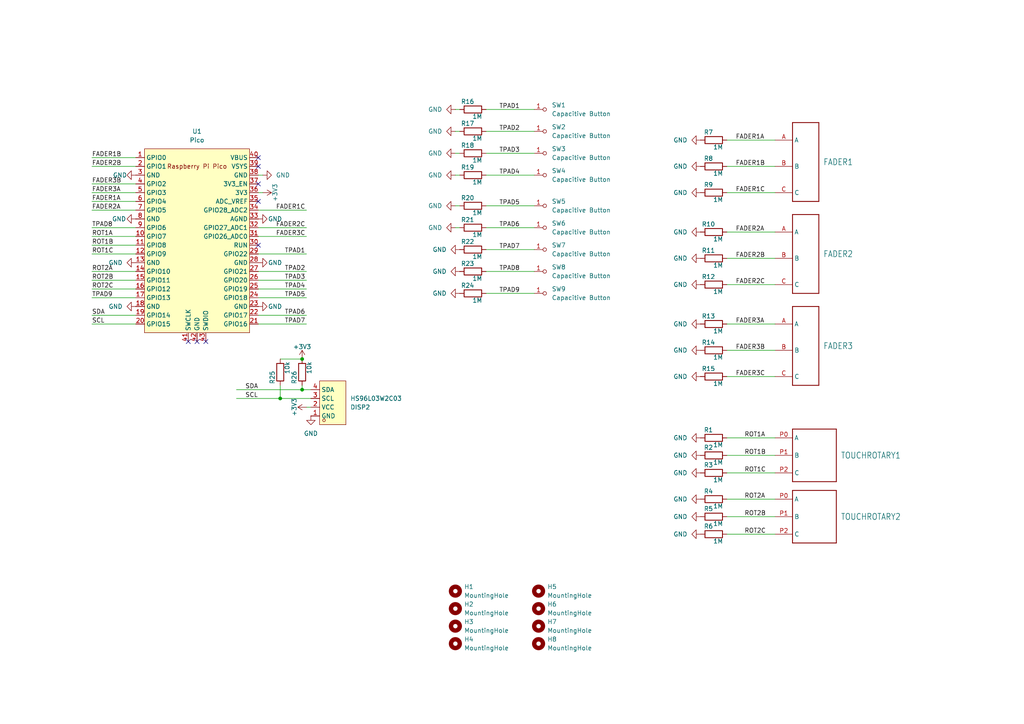
<source format=kicad_sch>
(kicad_sch (version 20231120) (generator "eeschema") (generator_version "8.0")
  (paper "A4")
  (lib_symbols
    (symbol "Device:R" (pin_numbers hide) (pin_names (offset 0))
      (property "Reference" "R" (at 2.032 0 90))
      (property "Value" "R" (at 0 0 90))
      (symbol "R_0_1"
        (rectangle (start -1.016 -2.54) (end 1.016 2.54) (stroke (width 0.254)))
      )
      (symbol "R_1_1"
        (pin passive line (at 0 3.81 270) (length 1.27) (name "~") (number "1"))
        (pin passive line (at 0 -3.81 90) (length 1.27) (name "~") (number "2"))
      )
    )
    (symbol "MCU_RaspberryPi_and_Boards:Pico"
      (property "Reference" "U1" (at 0 31.75 0))
      (property "Value" "Pico" (at 0 29.21 0))
      (symbol "Pico_0_0"
        (text "Raspberry Pi Pico" (at 0 21.59 0) (effects (font (size 1.27 1.27))))
      )
      (symbol "Pico_0_1"
        (rectangle (start -15.24 26.67) (end 15.24 -26.67) (fill (type background)))
      )
      (symbol "Pico_1_1"
        (pin bidirectional line (at -17.78 24.13 0) (length 2.54) (name "GPIO0") (number "1"))
        (pin bidirectional line (at -17.78 1.27 0) (length 2.54) (name "GPIO7") (number "10"))
        (pin bidirectional line (at -17.78 -1.27 0) (length 2.54) (name "GPIO8") (number "11"))
        (pin bidirectional line (at -17.78 -3.81 0) (length 2.54) (name "GPIO9") (number "12"))
        (pin power_in line (at -17.78 -6.35 0) (length 2.54) (name "GND") (number "13"))
        (pin bidirectional line (at -17.78 -8.89 0) (length 2.54) (name "GPIO10") (number "14"))
        (pin bidirectional line (at -17.78 -11.43 0) (length 2.54) (name "GPIO11") (number "15"))
        (pin bidirectional line (at -17.78 -13.97 0) (length 2.54) (name "GPIO12") (number "16"))
        (pin bidirectional line (at -17.78 -16.51 0) (length 2.54) (name "GPIO13") (number "17"))
        (pin power_in line (at -17.78 -19.05 0) (length 2.54) (name "GND") (number "18"))
        (pin bidirectional line (at -17.78 -21.59 0) (length 2.54) (name "GPIO14") (number "19"))
        (pin bidirectional line (at -17.78 21.59 0) (length 2.54) (name "GPIO1") (number "2"))
        (pin bidirectional line (at -17.78 -24.13 0) (length 2.54) (name "GPIO15") (number "20"))
        (pin bidirectional line (at 17.78 -24.13 180) (length 2.54) (name "GPIO16") (number "21"))
        (pin bidirectional line (at 17.78 -21.59 180) (length 2.54) (name "GPIO17") (number "22"))
        (pin power_in line (at 17.78 -19.05 180) (length 2.54) (name "GND") (number "23"))
        (pin bidirectional line (at 17.78 -16.51 180) (length 2.54) (name "GPIO18") (number "24"))
        (pin bidirectional line (at 17.78 -13.97 180) (length 2.54) (name "GPIO19") (number "25"))
        (pin bidirectional line (at 17.78 -11.43 180) (length 2.54) (name "GPIO20") (number "26"))
        (pin bidirectional line (at 17.78 -8.89 180) (length 2.54) (name "GPIO21") (number "27"))
        (pin power_in line (at 17.78 -6.35 180) (length 2.54) (name "GND") (number "28"))
        (pin bidirectional line (at 17.78 -3.81 180) (length 2.54) (name "GPIO22") (number "29"))
        (pin power_in line (at -17.78 19.05 0) (length 2.54) (name "GND") (number "3"))
        (pin input line (at 17.78 -1.27 180) (length 2.54) (name "RUN") (number "30"))
        (pin bidirectional line (at 17.78 1.27 180) (length 2.54) (name "GPIO26_ADC0") (number "31"))
        (pin bidirectional line (at 17.78 3.81 180) (length 2.54) (name "GPIO27_ADC1") (number "32"))
        (pin power_in line (at 17.78 6.35 180) (length 2.54) (name "AGND") (number "33"))
        (pin bidirectional line (at 17.78 8.89 180) (length 2.54) (name "GPIO28_ADC2") (number "34"))
        (pin power_in line (at 17.78 11.43 180) (length 2.54) (name "ADC_VREF") (number "35"))
        (pin bidirectional line (at 17.78 13.97 180) (length 2.54) (name "3V3") (number "36"))
        (pin input line (at 17.78 16.51 180) (length 2.54) (name "3V3_EN") (number "37"))
        (pin bidirectional line (at 17.78 19.05 180) (length 2.54) (name "GND") (number "38"))
        (pin power_in line (at 17.78 21.59 180) (length 2.54) (name "VSYS") (number "39"))
        (pin bidirectional line (at -17.78 16.51 0) (length 2.54) (name "GPIO2") (number "4"))
        (pin power_in line (at 17.78 24.13 180) (length 2.54) (name "VBUS") (number "40"))
        (pin input line (at -2.54 -29.21 90) (length 2.54) (name "SWCLK") (number "41"))
        (pin power_in line (at 0 -29.21 90) (length 2.54) (name "GND") (number "42"))
        (pin bidirectional line (at 2.54 -29.21 90) (length 2.54) (name "SWDIO") (number "43"))
        (pin bidirectional line (at -17.78 13.97 0) (length 2.54) (name "GPIO3") (number "5"))
        (pin bidirectional line (at -17.78 11.43 0) (length 2.54) (name "GPIO4") (number "6"))
        (pin bidirectional line (at -17.78 8.89 0) (length 2.54) (name "GPIO5") (number "7"))
        (pin power_in line (at -17.78 6.35 0) (length 2.54) (name "GND") (number "8"))
        (pin bidirectional line (at -17.78 3.81 0) (length 2.54) (name "GPIO6") (number "9"))
      )
    )
    (symbol "Mechanical:MountingHole" (pin_names (offset 1.016))
      (property "Reference" "H" (at 0 5.08 0))
      (property "Value" "MountingHole" (at 0 3.175 0))
      (symbol "MountingHole_0_1"
        (circle (center 0 0) (radius 1.27) (stroke (width 1.27)))
      )
    )
    (symbol "MountingHole_1" (pin_names (offset 1.016)) (exclude_from_sim yes) (in_bom no)
      (property "Reference" "H" (at 0 5.08 0))
      (property "Value" "MountingHole" (at 0 3.175 0))
      (symbol "MountingHole_1_0_1"
        (circle (center 0 0) (radius 1.27) (stroke (width 1.27)))
      )
    )
    (symbol "SparkFun-Switch:Capacitive Button" (pin_names (offset 0) hide)
      (property "Reference" "SW" (at 0 5.08 0))
      (property "Value" "Capacitive Button" (at 0 -2.54 0))
      (symbol "Capacitive Button_0_0"
        (circle (center 0 3.048) (radius 0.508))
      )
      (symbol "Capacitive Button_1_1"
        (pin passive line (at 0 0 90) (length 2.54) (name "A") (number "1"))
      )
    )
    (symbol "easyeda2kicad:HS96L03W2C03"
      (property "Reference" "DISP1" (at 5.08 1.2701 0))
      (property "Value" "HS96L03W2C03" (at 5.08 -1.2699 0))
      (symbol "HS96L03W2C03_0_1"
        (rectangle (start -3.81 6.35) (end 3.81 -6.35) (fill (type background)))
        (circle (center -2.54 5.08) (radius 0.38))
      )
      (symbol "HS96L03W2C03_1_1"
        (pin power_in line (at -6.35 3.81 0) (length 2.54) (name "GND") (number "1"))
        (pin power_in line (at -6.35 1.27 0) (length 2.54) (name "VCC") (number "2"))
        (pin bidirectional line (at -6.35 -1.27 0) (length 2.54) (name "SCL") (number "3"))
        (pin bidirectional line (at -6.35 -3.81 0) (length 2.54) (name "SDA") (number "4"))
      )
    )
    (symbol "power:+3V3" (power) (pin_numbers hide) (pin_names (offset 0) hide)
      (property "Value" "+3V3" (at 0 3.556 0))
      (symbol "+3V3_0_1"
        (polyline (pts (xy -0.762 1.27) (xy 0 2.54)))
        (polyline (pts (xy 0 0) (xy 0 2.54)))
        (polyline (pts (xy 0 2.54) (xy 0.762 1.27)))
      )
      (symbol "+3V3_1_1"
        (pin power_in line (at 0 0 90) (length 0) (name "~") (number "1"))
      )
    )
    (symbol "power:GND" (power) (pin_numbers hide) (pin_names (offset 0) hide)
      (property "Value" "GND" (at 0 -3.81 0))
      (symbol "GND_0_1"
        (polyline (pts (xy 0 0) (xy 0 -1.27) (xy 1.27 -1.27) (xy 0 -2.54) (xy -1.27 -1.27) (xy 0 -1.27)))
      )
      (symbol "GND_1_1"
        (pin power_in line (at 0 0 270) (length 0) (name "~") (number "1"))
      )
    )
    (symbol "todbot_eagle2023:TouchRotary"
      (property "Reference" "TOUCH" (at -7.62 8.89 0))
      (symbol "TouchRotary_1_0"
        (polyline (pts (xy -7.62 -7.62) (xy 5.08 -7.62)) (stroke (width 0.254)))
        (polyline (pts (xy -7.62 7.62) (xy -7.62 -7.62)) (stroke (width 0.254)))
        (polyline (pts (xy 5.08 -7.62) (xy 5.08 7.62)) (stroke (width 0.254)))
        (polyline (pts (xy 5.08 7.62) (xy -7.62 7.62)) (stroke (width 0.254)))
        (pin bidirectional line (at -12.7 5.08 0) (length 5.08) (name "A") (number "P0"))
        (pin bidirectional line (at -12.7 0 0) (length 5.08) (name "B") (number "P1"))
        (pin bidirectional line (at -12.7 -5.08 0) (length 5.08) (name "C") (number "P2"))
      )
    )
    (symbol "todbot_eagle2023:TouchSlider3"
      (property "Reference" "SLIDER" (at -5.08 13.462 0))
      (symbol "TouchSlider3_1_0"
        (polyline (pts (xy -5.08 -10.16) (xy 2.54 -10.16)) (stroke (width 0.254)))
        (polyline (pts (xy -5.08 7.62) (xy -5.08 -10.16)) (stroke (width 0.254)))
        (polyline (pts (xy -5.08 12.7) (xy -5.08 7.62)) (stroke (width 0.254)))
        (polyline (pts (xy 2.54 -10.16) (xy 2.54 12.7)) (stroke (width 0.254)))
        (polyline (pts (xy 2.54 12.7) (xy -5.08 12.7)) (stroke (width 0.254)))
        (pin bidirectional line (at -10.16 7.62 0) (length 5.08) (name "A") (number "A"))
        (pin bidirectional line (at -10.16 0 0) (length 5.08) (name "B") (number "B"))
        (pin bidirectional line (at -10.16 -7.62 0) (length 5.08) (name "C") (number "C"))
      )
    )
  )
  (junction (at 81.28 115.57))
  (junction (at 87.63 104.14))
  (junction (at 87.63 113.03))
  (no_connect (at 74.93 58.42))
  (no_connect (at 74.93 53.34))
  (no_connect (at 59.69 99.06))
  (no_connect (at 54.61 99.06))
  (no_connect (at 57.15 99.06))
  (no_connect (at 74.93 71.12))
  (no_connect (at 74.93 45.72))
  (no_connect (at 74.93 48.26))
  (wire (pts (xy 74.93 93.98) (xy 88.9 93.98)))
  (wire (pts (xy 224.79 101.6) (xy 210.82 101.6)))
  (wire (pts (xy 81.28 111.76) (xy 81.28 115.57)))
  (wire (pts (xy 26.67 60.96) (xy 39.37 60.96)))
  (wire (pts (xy 154.94 31.75) (xy 140.97 31.75)))
  (wire (pts (xy 224.79 132.08) (xy 210.82 132.08)))
  (wire (pts (xy 87.63 111.76) (xy 87.63 113.03)))
  (wire (pts (xy 26.67 91.44) (xy 39.37 91.44)))
  (wire (pts (xy 132.08 50.8) (xy 133.35 50.8)))
  (wire (pts (xy 26.67 73.66) (xy 39.37 73.66)))
  (wire (pts (xy 26.67 93.98) (xy 39.37 93.98)))
  (wire (pts (xy 74.93 60.96) (xy 88.9 60.96)))
  (wire (pts (xy 26.67 66.04) (xy 39.37 66.04)))
  (wire (pts (xy 132.08 38.1) (xy 133.35 38.1)))
  (wire (pts (xy 26.67 53.34) (xy 39.37 53.34)))
  (wire (pts (xy 224.79 137.16) (xy 210.82 137.16)))
  (wire (pts (xy 154.94 66.04) (xy 140.97 66.04)))
  (wire (pts (xy 88.9 118.11) (xy 90.17 118.11)))
  (wire (pts (xy 132.08 66.04) (xy 133.35 66.04)))
  (wire (pts (xy 154.94 44.45) (xy 140.97 44.45)))
  (wire (pts (xy 74.93 78.74) (xy 88.9 78.74)))
  (wire (pts (xy 210.82 67.31) (xy 224.79 67.31)))
  (wire (pts (xy 74.93 91.44) (xy 88.9 91.44)))
  (wire (pts (xy 26.67 81.28) (xy 39.37 81.28)))
  (wire (pts (xy 68.58 113.03) (xy 87.63 113.03)))
  (wire (pts (xy 224.79 74.93) (xy 210.82 74.93)))
  (wire (pts (xy 74.93 73.66) (xy 88.9 73.66)))
  (wire (pts (xy 224.79 154.94) (xy 210.82 154.94)))
  (wire (pts (xy 26.67 48.26) (xy 39.37 48.26)))
  (wire (pts (xy 74.93 86.36) (xy 88.9 86.36)))
  (wire (pts (xy 74.93 66.04) (xy 88.9 66.04)))
  (wire (pts (xy 140.97 50.8) (xy 154.94 50.8)))
  (wire (pts (xy 224.79 109.22) (xy 210.82 109.22)))
  (wire (pts (xy 224.79 48.26) (xy 210.82 48.26)))
  (wire (pts (xy 224.79 55.88) (xy 210.82 55.88)))
  (wire (pts (xy 154.94 38.1) (xy 140.97 38.1)))
  (wire (pts (xy 224.79 149.86) (xy 210.82 149.86)))
  (wire (pts (xy 26.67 58.42) (xy 39.37 58.42)))
  (wire (pts (xy 26.67 55.88) (xy 39.37 55.88)))
  (wire (pts (xy 154.94 72.39) (xy 140.97 72.39)))
  (wire (pts (xy 81.28 104.14) (xy 87.63 104.14)))
  (wire (pts (xy 132.08 44.45) (xy 133.35 44.45)))
  (wire (pts (xy 26.67 83.82) (xy 39.37 83.82)))
  (wire (pts (xy 76.2 55.88) (xy 74.93 55.88)))
  (wire (pts (xy 210.82 40.64) (xy 224.79 40.64)))
  (wire (pts (xy 74.93 68.58) (xy 88.9 68.58)))
  (wire (pts (xy 224.79 144.78) (xy 210.82 144.78)))
  (wire (pts (xy 140.97 78.74) (xy 154.94 78.74)))
  (wire (pts (xy 74.93 81.28) (xy 88.9 81.28)))
  (wire (pts (xy 224.79 127) (xy 210.82 127)))
  (wire (pts (xy 76.2 50.8) (xy 74.93 50.8)))
  (wire (pts (xy 26.67 71.12) (xy 39.37 71.12)))
  (wire (pts (xy 132.08 59.69) (xy 133.35 59.69)))
  (wire (pts (xy 224.79 82.55) (xy 210.82 82.55)))
  (wire (pts (xy 154.94 59.69) (xy 140.97 59.69)))
  (wire (pts (xy 140.97 85.09) (xy 154.94 85.09)))
  (wire (pts (xy 210.82 93.98) (xy 224.79 93.98)))
  (wire (pts (xy 81.28 115.57) (xy 90.17 115.57)))
  (wire (pts (xy 26.67 68.58) (xy 39.37 68.58)))
  (wire (pts (xy 26.67 45.72) (xy 39.37 45.72)))
  (wire (pts (xy 26.67 86.36) (xy 39.37 86.36)))
  (wire (pts (xy 132.08 31.75) (xy 133.35 31.75)))
  (wire (pts (xy 87.63 113.03) (xy 90.17 113.03)))
  (wire (pts (xy 68.58 115.57) (xy 81.28 115.57)))
  (wire (pts (xy 74.93 83.82) (xy 88.9 83.82)))
  (wire (pts (xy 26.67 78.74) (xy 39.37 78.74)))
  (label "FADER2A" (at 213.36 67.31 0))
  (label "TPAD8" (at 26.67 66.04 0))
  (label "FADER1A" (at 26.67 58.42 0))
  (label "ROT2C" (at 26.67 83.82 0))
  (label "TPAD6" (at 82.55 91.44 0))
  (label "TPAD9" (at 26.67 86.36 0))
  (label "TPAD2" (at 82.55 78.74 0))
  (label "TPAD1" (at 82.55 73.66 0))
  (label "TPAD4" (at 144.78 50.8 0))
  (label "ROT2C" (at 215.9 154.94 0))
  (label "FADER1B" (at 26.67 45.72 0))
  (label "FADER3C" (at 213.36 109.22 0))
  (label "TPAD3" (at 82.55 81.28 0))
  (label "TPAD5" (at 82.55 86.36 0))
  (label "TPAD1" (at 144.78 31.75 0))
  (label "ROT2A" (at 26.67 78.74 0))
  (label "FADER1A" (at 213.36 40.64 0))
  (label "FADER3B" (at 26.67 53.34 0))
  (label "TPAD8" (at 144.78 78.74 0))
  (label "FADER1C" (at 80.01 60.96 0))
  (label "FADER2B" (at 26.67 48.26 0))
  (label "FADER3A" (at 213.36 93.98 0))
  (label "FADER1B" (at 213.36 48.26 0))
  (label "SDA" (at 26.67 91.44 0))
  (label "TPAD4" (at 82.55 83.82 0))
  (label "FADER3C" (at 80.01 68.58 0))
  (label "FADER2A" (at 26.67 60.96 0))
  (label "FADER3A" (at 26.67 55.88 0))
  (label "ROT2A" (at 215.9 144.78 0))
  (label "TPAD3" (at 144.78 44.45 0))
  (label "ROT1B" (at 26.67 71.12 0))
  (label "TPAD7" (at 82.55 93.98 0))
  (label "ROT2B" (at 26.67 81.28 0))
  (label "ROT1A" (at 26.67 68.58 0))
  (label "TPAD9" (at 144.78 85.09 0))
  (label "TPAD7" (at 144.78 72.39 0))
  (label "ROT1A" (at 215.9 127 0))
  (label "TPAD6" (at 144.78 66.04 0))
  (label "FADER2C" (at 213.36 82.55 0))
  (label "SDA" (at 71.12 113.03 0))
  (label "SCL" (at 71.12 115.57 0))
  (label "ROT2B" (at 215.9 149.86 0))
  (label "TPAD2" (at 144.78 38.1 0))
  (label "SCL" (at 26.67 93.98 0))
  (label "FADER1C" (at 213.36 55.88 0))
  (label "ROT1C" (at 215.9 137.16 0))
  (label "FADER2B" (at 213.36 74.93 0))
  (label "ROT1B" (at 215.9 132.08 0))
  (label "ROT1C" (at 26.67 73.66 0))
  (label "TPAD5" (at 144.78 59.69 0))
  (label "FADER3B" (at 213.36 101.6 0))
  (label "FADER2C" (at 80.01 66.04 0))
  (symbol (lib_id "Device:R") (at 137.16 59.69 90) (unit 1)
    (property "Reference" "R20" (at 135.636 57.404 90))
    (property "Value" "1M" (at 138.43 61.722 90))
    (property "Footprint" "Resistor_SMD:R_0603_1608Metric" (effects (hide yes)))
    (property "Description" "Resistor" (effects (hide yes)))
  )
  (symbol (lib_id "Device:R") (at 207.01 101.6 90) (unit 1)
    (property "Reference" "R14" (at 205.486 99.314 90))
    (property "Value" "1M" (at 208.28 103.632 90))
    (property "Footprint" "Resistor_SMD:R_0603_1608Metric" (effects (hide yes)))
    (property "Description" "Resistor" (effects (hide yes)))
  )
  (symbol (lib_id "SparkFun-Switch:Capacitive Button") (at 154.94 38.1 270) (unit 1)
    (property "Reference" "SW2" (at 160.02 36.8299 90) (effects (justify left)))
    (property "Value" "Capacitive Button" (at 160.02 39.3699 90) (effects (justify left)))
    (property "Footprint" "SparkFun-Switch:Pad-CapacitiveTouch" (effects (hide yes)))
    (property "Description" "Single Pole Single Throw (SPST) switch" (effects (hide yes)))
  )
  (symbol (lib_id "power:GND") (at 203.2 144.78 270) (unit 1)
    (property "Reference" "#PWR08" (effects (hide yes)))
    (property "Value" "GND" (at 199.39 144.7799 90) (effects (justify right)))
    (property "Description" "Power symbol creates a global label with name \"GND\" , ground" (effects (hide yes)))
  )
  (symbol (lib_id "power:GND") (at 39.37 76.2 270) (unit 1)
    (property "Reference" "#PWR031" (effects (hide yes)))
    (property "Value" "GND" (at 35.56 76.1999 90) (effects (justify right)))
    (property "Description" "Power symbol creates a global label with name \"GND\" , ground" (effects (hide yes)))
  )
  (symbol (lib_id "SparkFun-Switch:Capacitive Button") (at 154.94 66.04 270) (unit 1)
    (property "Reference" "SW6" (at 160.02 64.7699 90) (effects (justify left)))
    (property "Value" "Capacitive Button" (at 160.02 67.3099 90) (effects (justify left)))
    (property "Footprint" "SparkFun-Switch:Pad-CapacitiveTouch" (effects (hide yes)))
    (property "Description" "Single Pole Single Throw (SPST) switch" (effects (hide yes)))
  )
  (symbol (lib_id "Device:R") (at 137.16 38.1 90) (unit 1)
    (property "Reference" "R17" (at 135.636 35.814 90))
    (property "Value" "1M" (at 138.43 40.132 90))
    (property "Footprint" "Resistor_SMD:R_0603_1608Metric" (effects (hide yes)))
    (property "Description" "Resistor" (effects (hide yes)))
  )
  (symbol (lib_id "todbot_eagle2023:TouchSlider3") (at 234.95 74.93 0) (unit 1)
    (property "Reference" "FADER2" (at 238.76 73.66 0) (effects (font (size 1.778 1.5113)) (justify left)))
    (property "Footprint" "todbot_eagle2023:TOUCHSLIDER3_8x40B" (effects (hide yes)))
  )
  (symbol (lib_id "power:GND") (at 74.93 63.5 90) (unit 1)
    (property "Reference" "#PWR034" (effects (hide yes)))
    (property "Value" "GND" (at 77.724 63.5 90) (effects (justify right)))
    (property "Description" "Power symbol creates a global label with name \"GND\" , ground" (effects (hide yes)))
  )
  (symbol (lib_name "MountingHole_1") (lib_id "Mechanical:MountingHole") (at 156.21 181.61 0) (unit 1) (exclude_from_sim yes) (in_bom no)
    (property "Reference" "H7" (at 158.75 180.3399 0) (effects (justify left)))
    (property "Value" "MountingHole" (at 158.75 182.8799 0) (effects (justify left)))
    (property "Footprint" "MountingHole:MountingHole_2.5mm" (effects (hide yes)))
    (property "Description" "Mounting Hole without connection" (effects (hide yes)))
  )
  (symbol (lib_id "Device:R") (at 207.01 137.16 90) (unit 1)
    (property "Reference" "R3" (at 205.486 134.874 90))
    (property "Value" "1M" (at 208.28 139.192 90))
    (property "Footprint" "Resistor_SMD:R_0603_1608Metric" (effects (hide yes)))
    (property "Description" "Resistor" (effects (hide yes)))
  )
  (symbol (lib_id "SparkFun-Switch:Capacitive Button") (at 154.94 72.39 270) (unit 1)
    (property "Reference" "SW7" (at 160.02 71.1199 90) (effects (justify left)))
    (property "Value" "Capacitive Button" (at 160.02 73.6599 90) (effects (justify left)))
    (property "Footprint" "SparkFun-Switch:Pad-CapacitiveTouch" (effects (hide yes)))
    (property "Description" "Single Pole Single Throw (SPST) switch" (effects (hide yes)))
  )
  (symbol (lib_id "Device:R") (at 207.01 82.55 90) (unit 1)
    (property "Reference" "R12" (at 205.486 80.264 90))
    (property "Value" "1M" (at 208.28 84.582 90))
    (property "Footprint" "Resistor_SMD:R_0603_1608Metric" (effects (hide yes)))
    (property "Description" "Resistor" (effects (hide yes)))
  )
  (symbol (lib_id "Device:R") (at 207.01 55.88 90) (unit 1)
    (property "Reference" "R9" (at 205.486 53.594 90))
    (property "Value" "1M" (at 208.28 57.912 90))
    (property "Footprint" "Resistor_SMD:R_0603_1608Metric" (effects (hide yes)))
    (property "Description" "Resistor" (effects (hide yes)))
  )
  (symbol (lib_id "power:GND") (at 203.2 48.26 270) (unit 1)
    (property "Reference" "#PWR012" (effects (hide yes)))
    (property "Value" "GND" (at 199.39 48.2599 90) (effects (justify right)))
    (property "Description" "Power symbol creates a global label with name \"GND\" , ground" (effects (hide yes)))
  )
  (symbol (lib_id "power:GND") (at 39.37 50.8 270) (unit 1)
    (property "Reference" "#PWR033" (effects (hide yes)))
    (property "Value" "GND" (at 36.83 50.8 90) (effects (justify right)))
    (property "Description" "Power symbol creates a global label with name \"GND\" , ground" (effects (hide yes)))
  )
  (symbol (lib_id "Device:R") (at 207.01 109.22 90) (unit 1)
    (property "Reference" "R15" (at 205.486 106.934 90))
    (property "Value" "1M" (at 208.28 111.252 90))
    (property "Footprint" "Resistor_SMD:R_0603_1608Metric" (effects (hide yes)))
    (property "Description" "Resistor" (effects (hide yes)))
  )
  (symbol (lib_name "MountingHole_1") (lib_id "Mechanical:MountingHole") (at 156.21 171.45 0) (unit 1) (exclude_from_sim yes) (in_bom no)
    (property "Reference" "H5" (at 158.75 170.1799 0) (effects (justify left)))
    (property "Value" "MountingHole" (at 158.75 172.7199 0) (effects (justify left)))
    (property "Footprint" "MountingHole:MountingHole_2.5mm" (effects (hide yes)))
    (property "Description" "Mounting Hole without connection" (effects (hide yes)))
  )
  (symbol (lib_id "power:GND") (at 132.08 66.04 270) (unit 1)
    (property "Reference" "#PWR027" (effects (hide yes)))
    (property "Value" "GND" (at 128.27 66.0399 90) (effects (justify right)))
    (property "Description" "Power symbol creates a global label with name \"GND\" , ground" (effects (hide yes)))
  )
  (symbol (lib_id "power:GND") (at 132.08 59.69 270) (unit 1)
    (property "Reference" "#PWR03" (effects (hide yes)))
    (property "Value" "GND" (at 128.27 59.6899 90) (effects (justify right)))
    (property "Description" "Power symbol creates a global label with name \"GND\" , ground" (effects (hide yes)))
  )
  (symbol (lib_id "power:GND") (at 203.2 101.6 270) (unit 1)
    (property "Reference" "#PWR018" (effects (hide yes)))
    (property "Value" "GND" (at 199.39 101.5999 90) (effects (justify right)))
    (property "Description" "Power symbol creates a global label with name \"GND\" , ground" (effects (hide yes)))
  )
  (symbol (lib_id "power:GND") (at 133.35 72.39 270) (unit 1)
    (property "Reference" "#PWR028" (effects (hide yes)))
    (property "Value" "GND" (at 129.54 72.3899 90) (effects (justify right)))
    (property "Description" "Power symbol creates a global label with name \"GND\" , ground" (effects (hide yes)))
  )
  (symbol (lib_name "MountingHole_1") (lib_id "Mechanical:MountingHole") (at 156.21 176.53 0) (unit 1) (exclude_from_sim yes) (in_bom no)
    (property "Reference" "H6" (at 158.75 175.2599 0) (effects (justify left)))
    (property "Value" "MountingHole" (at 158.75 177.7999 0) (effects (justify left)))
    (property "Footprint" "MountingHole:MountingHole_2.7mm" (effects (hide yes)))
    (property "Description" "Mounting Hole without connection" (effects (hide yes)))
  )
  (symbol (lib_id "Device:R") (at 137.16 44.45 90) (unit 1)
    (property "Reference" "R18" (at 135.636 42.164 90))
    (property "Value" "1M" (at 138.43 46.482 90))
    (property "Footprint" "Resistor_SMD:R_0603_1608Metric" (effects (hide yes)))
    (property "Description" "Resistor" (effects (hide yes)))
  )
  (symbol (lib_id "SparkFun-Switch:Capacitive Button") (at 154.94 50.8 270) (unit 1)
    (property "Reference" "SW4" (at 160.02 49.5299 90) (effects (justify left)))
    (property "Value" "Capacitive Button" (at 160.02 52.0699 90) (effects (justify left)))
    (property "Footprint" "SparkFun-Switch:Pad-CapacitiveTouch" (effects (hide yes)))
    (property "Description" "Single Pole Single Throw (SPST) switch" (effects (hide yes)))
  )
  (symbol (lib_id "Device:R") (at 207.01 132.08 90) (unit 1)
    (property "Reference" "R2" (at 205.486 129.794 90))
    (property "Value" "1M" (at 208.28 134.112 90))
    (property "Footprint" "Resistor_SMD:R_0603_1608Metric" (effects (hide yes)))
    (property "Description" "Resistor" (effects (hide yes)))
  )
  (symbol (lib_id "todbot_eagle2023:TouchSlider3") (at 234.95 48.26 0) (unit 1)
    (property "Reference" "FADER1" (at 238.76 46.99 0) (effects (font (size 1.778 1.5113)) (justify left)))
    (property "Footprint" "todbot_eagle2023:TOUCHSLIDER3_8x40B" (effects (hide yes)))
  )
  (symbol (lib_id "Device:R") (at 207.01 74.93 90) (unit 1)
    (property "Reference" "R11" (at 205.486 72.644 90))
    (property "Value" "1M" (at 208.28 76.962 90))
    (property "Footprint" "Resistor_SMD:R_0603_1608Metric" (effects (hide yes)))
    (property "Description" "Resistor" (effects (hide yes)))
  )
  (symbol (lib_id "power:GND") (at 74.93 88.9 90) (unit 1)
    (property "Reference" "#PWR035" (effects (hide yes)))
    (property "Value" "GND" (at 77.724 88.9 90) (effects (justify right)))
    (property "Description" "Power symbol creates a global label with name \"GND\" , ground" (effects (hide yes)))
  )
  (symbol (lib_id "Mechanical:MountingHole") (at 132.08 176.53 0) (unit 1)
    (property "Reference" "H2" (at 134.62 175.2599 0) (effects (justify left)))
    (property "Value" "MountingHole" (at 134.62 177.7999 0) (effects (justify left)))
    (property "Footprint" "MountingHole:MountingHole_2.7mm_M2.5_ISO14580" (effects (hide yes)))
    (property "Description" "Mounting Hole without connection" (effects (hide yes)))
  )
  (symbol (lib_id "power:GND") (at 203.2 127 270) (unit 1)
    (property "Reference" "#PWR05" (effects (hide yes)))
    (property "Value" "GND" (at 199.39 126.9999 90) (effects (justify right)))
    (property "Description" "Power symbol creates a global label with name \"GND\" , ground" (effects (hide yes)))
  )
  (symbol (lib_id "Device:R") (at 207.01 127 90) (unit 1)
    (property "Reference" "R1" (at 205.486 124.714 90))
    (property "Value" "1M" (at 208.28 129.032 90))
    (property "Footprint" "Resistor_SMD:R_0603_1608Metric" (effects (hide yes)))
    (property "Description" "Resistor" (effects (hide yes)))
  )
  (symbol (lib_id "power:GND") (at 203.2 74.93 270) (unit 1)
    (property "Reference" "#PWR015" (effects (hide yes)))
    (property "Value" "GND" (at 199.39 74.9299 90) (effects (justify right)))
    (property "Description" "Power symbol creates a global label with name \"GND\" , ground" (effects (hide yes)))
  )
  (symbol (lib_id "power:GND") (at 203.2 55.88 270) (unit 1)
    (property "Reference" "#PWR013" (effects (hide yes)))
    (property "Value" "GND" (at 199.39 55.8799 90) (effects (justify right)))
    (property "Description" "Power symbol creates a global label with name \"GND\" , ground" (effects (hide yes)))
  )
  (symbol (lib_id "power:GND") (at 203.2 149.86 270) (unit 1)
    (property "Reference" "#PWR09" (effects (hide yes)))
    (property "Value" "GND" (at 199.39 149.8599 90) (effects (justify right)))
    (property "Description" "Power symbol creates a global label with name \"GND\" , ground" (effects (hide yes)))
  )
  (symbol (lib_id "Device:R") (at 207.01 48.26 90) (unit 1)
    (property "Reference" "R8" (at 205.486 45.974 90))
    (property "Value" "1M" (at 208.28 50.292 90))
    (property "Footprint" "Resistor_SMD:R_0603_1608Metric" (effects (hide yes)))
    (property "Description" "Resistor" (effects (hide yes)))
  )
  (symbol (lib_id "Device:R") (at 87.63 107.95 180) (unit 1)
    (property "Reference" "R26" (at 85.344 109.474 90))
    (property "Value" "10k" (at 89.662 106.68 90))
    (property "Footprint" "Resistor_SMD:R_0603_1608Metric" (effects (hide yes)))
    (property "Description" "Resistor" (effects (hide yes)))
  )
  (symbol (lib_id "Device:R") (at 137.16 78.74 90) (unit 1)
    (property "Reference" "R23" (at 135.636 76.454 90))
    (property "Value" "1M" (at 138.43 80.772 90))
    (property "Footprint" "Resistor_SMD:R_0603_1608Metric" (effects (hide yes)))
    (property "Description" "Resistor" (effects (hide yes)))
  )
  (symbol (lib_id "power:GND") (at 132.08 31.75 270) (unit 1)
    (property "Reference" "#PWR023" (effects (hide yes)))
    (property "Value" "GND" (at 128.27 31.7499 90) (effects (justify right)))
    (property "Description" "Power symbol creates a global label with name \"GND\" , ground" (effects (hide yes)))
  )
  (symbol (lib_id "Mechanical:MountingHole") (at 132.08 186.69 0) (unit 1)
    (property "Reference" "H4" (at 134.62 185.4199 0) (effects (justify left)))
    (property "Value" "MountingHole" (at 134.62 187.9599 0) (effects (justify left)))
    (property "Footprint" "MountingHole:MountingHole_2.7mm_M2.5" (effects (hide yes)))
    (property "Description" "Mounting Hole without connection" (effects (hide yes)))
  )
  (symbol (lib_id "Device:R") (at 81.28 107.95 180) (unit 1)
    (property "Reference" "R25" (at 78.994 109.474 90))
    (property "Value" "10k" (at 83.312 106.68 90))
    (property "Footprint" "Resistor_SMD:R_0603_1608Metric" (effects (hide yes)))
    (property "Description" "Resistor" (effects (hide yes)))
  )
  (symbol (lib_id "power:GND") (at 203.2 82.55 270) (unit 1)
    (property "Reference" "#PWR016" (effects (hide yes)))
    (property "Value" "GND" (at 199.39 82.5499 90) (effects (justify right)))
    (property "Description" "Power symbol creates a global label with name \"GND\" , ground" (effects (hide yes)))
  )
  (symbol (lib_id "todbot_eagle2023:TouchRotary") (at 237.49 149.86 0) (unit 1)
    (property "Reference" "TOUCHROTARY2" (at 243.84 149.86 0) (effects (font (size 1.778 1.5113)) (justify left)))
    (property "Footprint" "todbot_eagle2023:TOUCHROTARY1B" (effects (hide yes)))
  )
  (symbol (lib_name "MountingHole_1") (lib_id "Mechanical:MountingHole") (at 156.21 186.69 0) (unit 1) (exclude_from_sim yes) (in_bom no)
    (property "Reference" "H8" (at 158.75 185.4199 0) (effects (justify left)))
    (property "Value" "MountingHole" (at 158.75 187.9599 0) (effects (justify left)))
    (property "Footprint" "MountingHole:MountingHole_2.5mm" (effects (hide yes)))
    (property "Description" "Mounting Hole without connection" (effects (hide yes)))
  )
  (symbol (lib_id "SparkFun-Switch:Capacitive Button") (at 154.94 59.69 270) (unit 1)
    (property "Reference" "SW5" (at 160.02 58.4199 90) (effects (justify left)))
    (property "Value" "Capacitive Button" (at 160.02 60.9599 90) (effects (justify left)))
    (property "Footprint" "SparkFun-Switch:Pad-CapacitiveTouch" (effects (hide yes)))
    (property "Description" "Single Pole Single Throw (SPST) switch" (effects (hide yes)))
  )
  (symbol (lib_id "power:+3V3") (at 76.2 55.88 270) (unit 1)
    (property "Reference" "#PWR02" (effects (hide yes)))
    (property "Value" "+3V3" (at 79.756 55.88 0))
    (property "Description" "Power symbol creates a global label with name \"+3V3\"" (effects (hide yes)))
  )
  (symbol (lib_id "Device:R") (at 207.01 40.64 90) (unit 1)
    (property "Reference" "R7" (at 205.486 38.354 90))
    (property "Value" "1M" (at 208.28 42.672 90))
    (property "Footprint" "Resistor_SMD:R_0603_1608Metric" (effects (hide yes)))
    (property "Description" "Resistor" (effects (hide yes)))
  )
  (symbol (lib_id "Device:R") (at 137.16 85.09 90) (unit 1)
    (property "Reference" "R24" (at 135.636 82.804 90))
    (property "Value" "1M" (at 138.43 87.122 90))
    (property "Footprint" "Resistor_SMD:R_0603_1608Metric" (effects (hide yes)))
    (property "Description" "Resistor" (effects (hide yes)))
  )
  (symbol (lib_id "power:GND") (at 132.08 38.1 270) (unit 1)
    (property "Reference" "#PWR024" (effects (hide yes)))
    (property "Value" "GND" (at 128.27 38.0999 90) (effects (justify right)))
    (property "Description" "Power symbol creates a global label with name \"GND\" , ground" (effects (hide yes)))
  )
  (symbol (lib_id "power:+3V3") (at 88.9 118.11 90) (unit 1)
    (property "Reference" "#PWR021" (effects (hide yes)))
    (property "Value" "+3V3" (at 85.344 118.11 0))
    (property "Description" "Power symbol creates a global label with name \"+3V3\"" (effects (hide yes)))
  )
  (symbol (lib_id "power:GND") (at 203.2 67.31 270) (unit 1)
    (property "Reference" "#PWR014" (effects (hide yes)))
    (property "Value" "GND" (at 199.39 67.3099 90) (effects (justify right)))
    (property "Description" "Power symbol creates a global label with name \"GND\" , ground" (effects (hide yes)))
  )
  (symbol (lib_id "power:GND") (at 203.2 137.16 270) (unit 1)
    (property "Reference" "#PWR07" (effects (hide yes)))
    (property "Value" "GND" (at 199.39 137.1599 90) (effects (justify right)))
    (property "Description" "Power symbol creates a global label with name \"GND\" , ground" (effects (hide yes)))
  )
  (symbol (lib_id "power:GND") (at 203.2 109.22 270) (unit 1)
    (property "Reference" "#PWR019" (effects (hide yes)))
    (property "Value" "GND" (at 199.39 109.2199 90) (effects (justify right)))
    (property "Description" "Power symbol creates a global label with name \"GND\" , ground" (effects (hide yes)))
  )
  (symbol (lib_id "Mechanical:MountingHole") (at 132.08 181.61 0) (unit 1)
    (property "Reference" "H3" (at 134.62 180.3399 0) (effects (justify left)))
    (property "Value" "MountingHole" (at 134.62 182.8799 0) (effects (justify left)))
    (property "Footprint" "MountingHole:MountingHole_2.7mm_M2.5" (effects (hide yes)))
    (property "Description" "Mounting Hole without connection" (effects (hide yes)))
  )
  (symbol (lib_id "power:GND") (at 74.93 76.2 90) (unit 1)
    (property "Reference" "#PWR04" (effects (hide yes)))
    (property "Value" "GND" (at 77.724 76.2 90) (effects (justify right)))
    (property "Description" "Power symbol creates a global label with name \"GND\" , ground" (effects (hide yes)))
  )
  (symbol (lib_id "Device:R") (at 207.01 149.86 90) (unit 1)
    (property "Reference" "R5" (at 205.486 147.574 90))
    (property "Value" "1M" (at 208.28 151.892 90))
    (property "Footprint" "Resistor_SMD:R_0603_1608Metric" (effects (hide yes)))
    (property "Description" "Resistor" (effects (hide yes)))
  )
  (symbol (lib_id "power:GND") (at 203.2 93.98 270) (unit 1)
    (property "Reference" "#PWR017" (effects (hide yes)))
    (property "Value" "GND" (at 199.39 93.9799 90) (effects (justify right)))
    (property "Description" "Power symbol creates a global label with name \"GND\" , ground" (effects (hide yes)))
  )
  (symbol (lib_id "power:GND") (at 39.37 63.5 270) (unit 1)
    (property "Reference" "#PWR030" (effects (hide yes)))
    (property "Value" "GND" (at 36.576 63.5 90) (effects (justify right)))
    (property "Description" "Power symbol creates a global label with name \"GND\" , ground" (effects (hide yes)))
  )
  (symbol (lib_id "power:GND") (at 203.2 40.64 270) (unit 1)
    (property "Reference" "#PWR011" (effects (hide yes)))
    (property "Value" "GND" (at 199.39 40.6399 90) (effects (justify right)))
    (property "Description" "Power symbol creates a global label with name \"GND\" , ground" (effects (hide yes)))
  )
  (symbol (lib_id "power:GND") (at 203.2 132.08 270) (unit 1)
    (property "Reference" "#PWR06" (effects (hide yes)))
    (property "Value" "GND" (at 199.39 132.0799 90) (effects (justify right)))
    (property "Description" "Power symbol creates a global label with name \"GND\" , ground" (effects (hide yes)))
  )
  (symbol (lib_id "power:GND") (at 76.2 50.8 90) (unit 1)
    (property "Reference" "#PWR01" (effects (hide yes)))
    (property "Value" "GND" (at 80.01 50.7999 90) (effects (justify right)))
    (property "Description" "Power symbol creates a global label with name \"GND\" , ground" (effects (hide yes)))
  )
  (symbol (lib_id "power:GND") (at 133.35 78.74 270) (unit 1)
    (property "Reference" "#PWR029" (effects (hide yes)))
    (property "Value" "GND" (at 129.54 78.7399 90) (effects (justify right)))
    (property "Description" "Power symbol creates a global label with name \"GND\" , ground" (effects (hide yes)))
  )
  (symbol (lib_id "Device:R") (at 137.16 66.04 90) (unit 1)
    (property "Reference" "R21" (at 135.636 63.754 90))
    (property "Value" "1M" (at 138.43 68.072 90))
    (property "Footprint" "Resistor_SMD:R_0603_1608Metric" (effects (hide yes)))
    (property "Description" "Resistor" (effects (hide yes)))
  )
  (symbol (lib_id "SparkFun-Switch:Capacitive Button") (at 154.94 31.75 270) (unit 1)
    (property "Reference" "SW1" (at 160.02 30.4799 90) (effects (justify left)))
    (property "Value" "Capacitive Button" (at 160.02 33.0199 90) (effects (justify left)))
    (property "Footprint" "SparkFun-Switch:Pad-CapacitiveTouch" (effects (hide yes)))
    (property "Description" "Single Pole Single Throw (SPST) switch" (effects (hide yes)))
  )
  (symbol (lib_id "Device:R") (at 207.01 144.78 90) (unit 1)
    (property "Reference" "R4" (at 205.486 142.494 90))
    (property "Value" "1M" (at 208.28 146.812 90))
    (property "Footprint" "Resistor_SMD:R_0603_1608Metric" (effects (hide yes)))
    (property "Description" "Resistor" (effects (hide yes)))
  )
  (symbol (lib_id "Mechanical:MountingHole") (at 132.08 171.45 0) (unit 1)
    (property "Reference" "H1" (at 134.62 170.1799 0) (effects (justify left)))
    (property "Value" "MountingHole" (at 134.62 172.7199 0) (effects (justify left)))
    (property "Footprint" "MountingHole:MountingHole_2.7mm_M2.5_ISO14580" (effects (hide yes)))
    (property "Description" "Mounting Hole without connection" (effects (hide yes)))
  )
  (symbol (lib_id "power:GND") (at 39.37 88.9 270) (unit 1)
    (property "Reference" "#PWR032" (effects (hide yes)))
    (property "Value" "GND" (at 35.56 88.8999 90) (effects (justify right)))
    (property "Description" "Power symbol creates a global label with name \"GND\" , ground" (effects (hide yes)))
  )
  (symbol (lib_id "SparkFun-Switch:Capacitive Button") (at 154.94 44.45 270) (unit 1)
    (property "Reference" "SW3" (at 160.02 43.1799 90) (effects (justify left)))
    (property "Value" "Capacitive Button" (at 160.02 45.7199 90) (effects (justify left)))
    (property "Footprint" "SparkFun-Switch:Pad-CapacitiveTouch" (effects (hide yes)))
    (property "Description" "Single Pole Single Throw (SPST) switch" (effects (hide yes)))
  )
  (symbol (lib_id "power:GND") (at 132.08 44.45 270) (unit 1)
    (property "Reference" "#PWR025" (effects (hide yes)))
    (property "Value" "GND" (at 128.27 44.4499 90) (effects (justify right)))
    (property "Description" "Power symbol creates a global label with name \"GND\" , ground" (effects (hide yes)))
  )
  (symbol (lib_id "power:GND") (at 90.17 120.65 0) (unit 1)
    (property "Reference" "#PWR020" (effects (hide yes)))
    (property "Value" "GND" (at 90.17 125.73 0))
    (property "Description" "Power symbol creates a global label with name \"GND\" , ground" (effects (hide yes)))
  )
  (symbol (lib_id "todbot_eagle2023:TouchSlider3") (at 234.95 101.6 0) (unit 1)
    (property "Reference" "FADER3" (at 238.76 100.33 0) (effects (font (size 1.778 1.5113)) (justify left)))
    (property "Footprint" "todbot_eagle2023:TOUCHSLIDER3_8x40B" (effects (hide yes)))
  )
  (symbol (lib_id "power:+3V3") (at 87.63 104.14 0) (mirror y) (unit 1)
    (property "Reference" "#PWR022" (effects (hide yes)))
    (property "Value" "+3V3" (at 87.63 100.584 0))
    (property "Description" "Power symbol creates a global label with name \"+3V3\"" (effects (hide yes)))
  )
  (symbol (lib_id "Device:R") (at 137.16 50.8 90) (unit 1)
    (property "Reference" "R19" (at 135.636 48.514 90))
    (property "Value" "1M" (at 138.43 52.832 90))
    (property "Footprint" "Resistor_SMD:R_0603_1608Metric" (effects (hide yes)))
    (property "Description" "Resistor" (effects (hide yes)))
  )
  (symbol (lib_id "SparkFun-Switch:Capacitive Button") (at 154.94 85.09 270) (unit 1)
    (property "Reference" "SW9" (at 160.02 83.8199 90) (effects (justify left)))
    (property "Value" "Capacitive Button" (at 160.02 86.3599 90) (effects (justify left)))
    (property "Footprint" "SparkFun-Switch:Pad-CapacitiveTouch" (effects (hide yes)))
    (property "Description" "Single Pole Single Throw (SPST) switch" (effects (hide yes)))
  )
  (symbol (lib_id "power:GND") (at 203.2 154.94 270) (unit 1)
    (property "Reference" "#PWR010" (effects (hide yes)))
    (property "Value" "GND" (at 199.39 154.9399 90) (effects (justify right)))
    (property "Description" "Power symbol creates a global label with name \"GND\" , ground" (effects (hide yes)))
  )
  (symbol (lib_id "Device:R") (at 137.16 31.75 90) (unit 1)
    (property "Reference" "R16" (at 135.636 29.464 90))
    (property "Value" "1M" (at 138.43 33.782 90))
    (property "Footprint" "Resistor_SMD:R_0603_1608Metric" (effects (hide yes)))
    (property "Description" "Resistor" (effects (hide yes)))
  )
  (symbol (lib_id "power:GND") (at 132.08 50.8 270) (unit 1)
    (property "Reference" "#PWR026" (effects (hide yes)))
    (property "Value" "GND" (at 128.27 50.7999 90) (effects (justify right)))
    (property "Description" "Power symbol creates a global label with name \"GND\" , ground" (effects (hide yes)))
  )
  (symbol (lib_id "easyeda2kicad:HS96L03W2C03") (at 96.52 116.84 0) (mirror x) (unit 1)
    (property "Reference" "DISP2" (at 101.6 118.1101 0) (effects (justify left)))
    (property "Value" "HS96L03W2C03" (at 101.6 115.5701 0) (effects (justify left)))
    (property "Footprint" "todbot_stuff:OLED-TH_under_fixed_L27.8-W27.2-P2.54_C9900033791" (effects (hide yes)))
    (property "LCSC Part" "C5248080" (effects (hide yes)))
  )
  (symbol (lib_id "Device:R") (at 207.01 154.94 90) (unit 1)
    (property "Reference" "R6" (at 205.486 152.654 90))
    (property "Value" "1M" (at 208.28 156.972 90))
    (property "Footprint" "Resistor_SMD:R_0603_1608Metric" (effects (hide yes)))
    (property "Description" "Resistor" (effects (hide yes)))
  )
  (symbol (lib_id "power:GND") (at 133.35 85.09 270) (unit 1)
    (property "Reference" "#PWR036" (effects (hide yes)))
    (property "Value" "GND" (at 129.54 85.0899 90) (effects (justify right)))
    (property "Description" "Power symbol creates a global label with name \"GND\" , ground" (effects (hide yes)))
  )
  (symbol (lib_id "SparkFun-Switch:Capacitive Button") (at 154.94 78.74 270) (unit 1)
    (property "Reference" "SW8" (at 160.02 77.4699 90) (effects (justify left)))
    (property "Value" "Capacitive Button" (at 160.02 80.0099 90) (effects (justify left)))
    (property "Footprint" "SparkFun-Switch:Pad-CapacitiveTouch" (effects (hide yes)))
    (property "Description" "Single Pole Single Throw (SPST) switch" (effects (hide yes)))
  )
  (symbol (lib_id "MCU_RaspberryPi_and_Boards:Pico") (at 57.15 69.85 0) (unit 1)
    (property "Reference" "U1" (at 57.15 38.1 0))
    (property "Value" "Pico" (at 57.15 40.64 0))
    (property "Footprint" "todbot_RPI_Pico:RPi_Pico_SMD" (effects (hide yes)))
  )
  (symbol (lib_id "Device:R") (at 207.01 67.31 90) (unit 1)
    (property "Reference" "R10" (at 205.486 65.024 90))
    (property "Value" "1M" (at 208.28 69.342 90))
    (property "Footprint" "Resistor_SMD:R_0603_1608Metric" (effects (hide yes)))
    (property "Description" "Resistor" (effects (hide yes)))
  )
  (symbol (lib_id "Device:R") (at 137.16 72.39 90) (unit 1)
    (property "Reference" "R22" (at 135.636 70.104 90))
    (property "Value" "1M" (at 138.43 74.422 90))
    (property "Footprint" "Resistor_SMD:R_0603_1608Metric" (effects (hide yes)))
    (property "Description" "Resistor" (effects (hide yes)))
  )
  (symbol (lib_id "Device:R") (at 207.01 93.98 90) (unit 1)
    (property "Reference" "R13" (at 205.486 91.694 90))
    (property "Value" "1M" (at 208.28 96.012 90))
    (property "Footprint" "Resistor_SMD:R_0603_1608Metric" (effects (hide yes)))
    (property "Description" "Resistor" (effects (hide yes)))
  )
  (symbol (lib_id "todbot_eagle2023:TouchRotary") (at 237.49 132.08 0) (unit 1)
    (property "Reference" "TOUCHROTARY1" (at 243.84 132.08 0) (effects (font (size 1.778 1.5113)) (justify left)))
    (property "Footprint" "todbot_eagle2023:TOUCHROTARY1B" (effects (hide yes)))
  )
)
</source>
